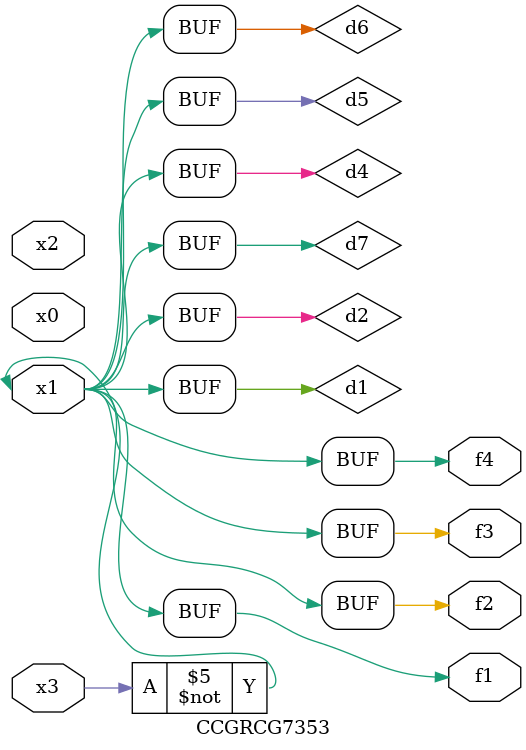
<source format=v>
module CCGRCG7353(
	input x0, x1, x2, x3,
	output f1, f2, f3, f4
);

	wire d1, d2, d3, d4, d5, d6, d7;

	not (d1, x3);
	buf (d2, x1);
	xnor (d3, d1, d2);
	nor (d4, d1);
	buf (d5, d1, d2);
	buf (d6, d4, d5);
	nand (d7, d4);
	assign f1 = d6;
	assign f2 = d7;
	assign f3 = d6;
	assign f4 = d6;
endmodule

</source>
